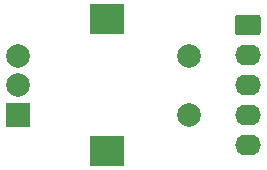
<source format=gbr>
%TF.GenerationSoftware,KiCad,Pcbnew,5.1.12-1.fc35*%
%TF.CreationDate,2021-11-27T14:34:01+00:00*%
%TF.ProjectId,kiCAD_TriSchmittPanelMount_v003.1,6b694341-445f-4547-9269-5363686d6974,rev?*%
%TF.SameCoordinates,Original*%
%TF.FileFunction,Soldermask,Bot*%
%TF.FilePolarity,Negative*%
%FSLAX46Y46*%
G04 Gerber Fmt 4.6, Leading zero omitted, Abs format (unit mm)*
G04 Created by KiCad (PCBNEW 5.1.12-1.fc35) date 2021-11-27 14:34:01*
%MOMM*%
%LPD*%
G01*
G04 APERTURE LIST*
%ADD10O,2.190000X1.740000*%
%ADD11C,2.000000*%
%ADD12R,3.000000X2.500000*%
%ADD13R,2.000000X2.000000*%
G04 APERTURE END LIST*
%TO.C,J1*%
G36*
G01*
X212954999Y-67750000D02*
X214645001Y-67750000D01*
G75*
G02*
X214895000Y-67999999I0J-249999D01*
G01*
X214895000Y-69240001D01*
G75*
G02*
X214645001Y-69490000I-249999J0D01*
G01*
X212954999Y-69490000D01*
G75*
G02*
X212705000Y-69240001I0J249999D01*
G01*
X212705000Y-67999999D01*
G75*
G02*
X212954999Y-67750000I249999J0D01*
G01*
G37*
D10*
X213800000Y-71160000D03*
X213800000Y-73700000D03*
X213800000Y-76240000D03*
X213800000Y-78780000D03*
%TD*%
D11*
%TO.C,SW1*%
X208850000Y-71200000D03*
X208850000Y-76200000D03*
D12*
X201850000Y-68100000D03*
X201850000Y-79300000D03*
D11*
X194350000Y-71200000D03*
X194350000Y-73700000D03*
D13*
X194350000Y-76200000D03*
%TD*%
M02*

</source>
